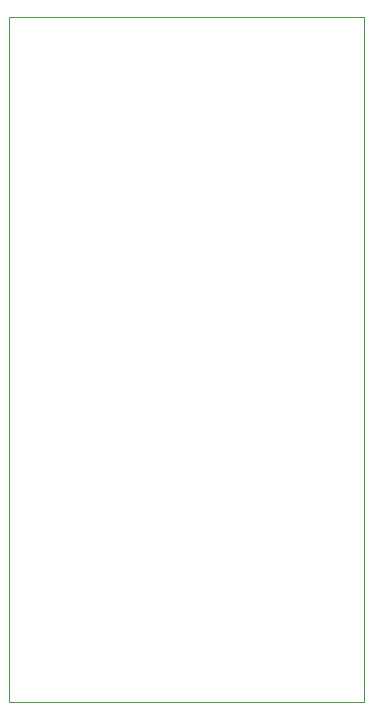
<source format=gbr>
%TF.GenerationSoftware,KiCad,Pcbnew,7.0.1*%
%TF.CreationDate,2023-03-29T16:16:29+02:00*%
%TF.ProjectId,remote,72656d6f-7465-42e6-9b69-6361645f7063,1.0*%
%TF.SameCoordinates,Original*%
%TF.FileFunction,Profile,NP*%
%FSLAX46Y46*%
G04 Gerber Fmt 4.6, Leading zero omitted, Abs format (unit mm)*
G04 Created by KiCad (PCBNEW 7.0.1) date 2023-03-29 16:16:29*
%MOMM*%
%LPD*%
G01*
G04 APERTURE LIST*
%TA.AperFunction,Profile*%
%ADD10C,0.100000*%
%TD*%
G04 APERTURE END LIST*
D10*
X126675000Y-107400000D02*
X126675000Y-49400000D01*
X156675000Y-107400000D02*
X126675000Y-107400000D01*
X156675000Y-49400000D02*
X156675000Y-107400000D01*
X126675000Y-49400000D02*
X156675000Y-49400000D01*
M02*

</source>
